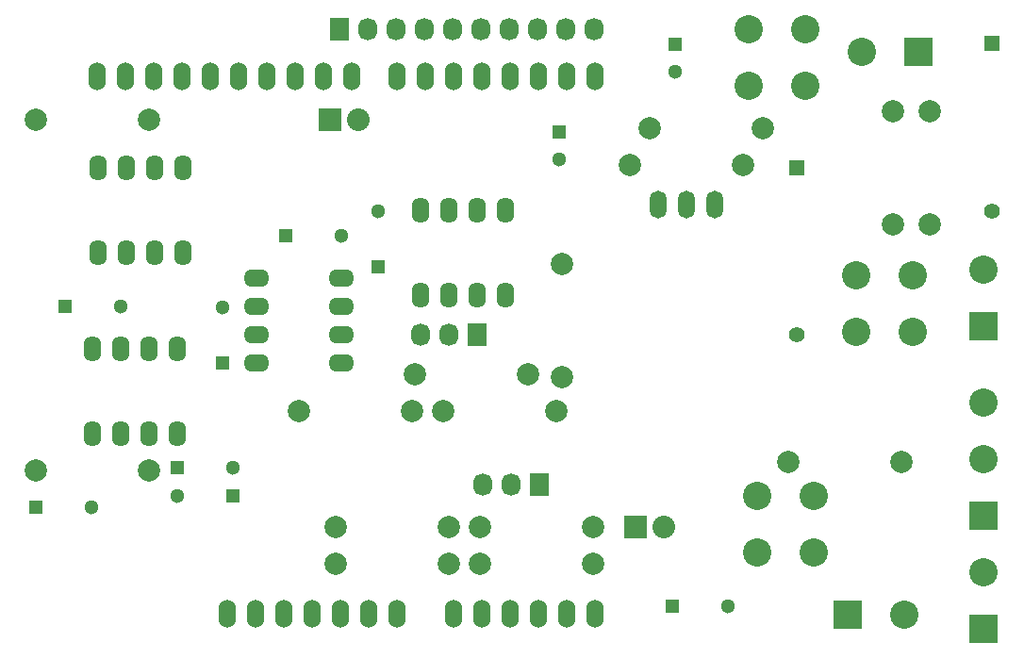
<source format=gts>
G04 #@! TF.FileFunction,Soldermask,Top*
%FSLAX46Y46*%
G04 Gerber Fmt 4.6, Leading zero omitted, Abs format (unit mm)*
G04 Created by KiCad (PCBNEW 4.0.2+dfsg1-stable) date lun. 01 août 2016 20:38:27 CEST*
%MOMM*%
G01*
G04 APERTURE LIST*
%ADD10C,0.100000*%
%ADD11O,1.524000X2.540000*%
%ADD12C,2.540000*%
%ADD13R,2.540000X2.540000*%
%ADD14C,1.998980*%
%ADD15R,1.300000X1.300000*%
%ADD16C,1.300000*%
%ADD17R,1.727200X2.032000*%
%ADD18O,1.727200X2.032000*%
%ADD19O,2.300000X1.600000*%
%ADD20O,1.600000X2.300000*%
%ADD21O,1.501140X2.499360*%
%ADD22R,1.400000X1.400000*%
%ADD23C,1.400000*%
%ADD24R,2.032000X2.032000*%
%ADD25O,2.032000X2.032000*%
G04 APERTURE END LIST*
D10*
D11*
X212001100Y-102463600D03*
X209461100Y-102463600D03*
X206921100Y-102463600D03*
X199301100Y-102463600D03*
X201841100Y-102463600D03*
X204381100Y-102463600D03*
X194221100Y-102463600D03*
X191681100Y-102463600D03*
X189141100Y-102463600D03*
X184061100Y-102463600D03*
X181521100Y-102463600D03*
X212001100Y-54203600D03*
X209461100Y-54203600D03*
X206921100Y-54203600D03*
X204381100Y-54203600D03*
X201841100Y-54203600D03*
X199301100Y-54203600D03*
X196761100Y-54203600D03*
X194221100Y-54203600D03*
X190157100Y-54203600D03*
X187617100Y-54203600D03*
X185077100Y-54203600D03*
X182537100Y-54203600D03*
X179997100Y-54203600D03*
X177457100Y-54203600D03*
X174917100Y-54203600D03*
X172377100Y-54203600D03*
X186601100Y-102463600D03*
X169837100Y-54203600D03*
X167297100Y-54203600D03*
X178981100Y-102463600D03*
D12*
X226568000Y-91948000D03*
X226568000Y-97028000D03*
X231648000Y-97028000D03*
X231648000Y-91948000D03*
X240554919Y-77199081D03*
X240554919Y-72119081D03*
X235474919Y-72119081D03*
X235474919Y-77199081D03*
X230886000Y-55118000D03*
X230886000Y-50038000D03*
X225806000Y-50038000D03*
X225806000Y-55118000D03*
D13*
X234696000Y-102616000D03*
D12*
X239776000Y-102616000D03*
D14*
X188722000Y-94742000D03*
X198882000Y-94742000D03*
D15*
X178562000Y-80010000D03*
D16*
X178562000Y-75010000D03*
D13*
X246888000Y-93726000D03*
D12*
X246888000Y-88646000D03*
X246888000Y-83566000D03*
D15*
X218948000Y-101854000D03*
D16*
X223948000Y-101854000D03*
D15*
X179498000Y-91948000D03*
D16*
X174498000Y-91948000D03*
D15*
X161798000Y-92964000D03*
D16*
X166798000Y-92964000D03*
X219202000Y-53848000D03*
D15*
X219202000Y-51348000D03*
D16*
X208788000Y-61722000D03*
D15*
X208788000Y-59222000D03*
X174498000Y-89408000D03*
D16*
X179498000Y-89408000D03*
D15*
X164418000Y-74930000D03*
D16*
X169418000Y-74930000D03*
D15*
X192532000Y-71374000D03*
D16*
X192532000Y-66374000D03*
D15*
X184230000Y-68580000D03*
D16*
X189230000Y-68580000D03*
D17*
X201422000Y-77470000D03*
D18*
X198882000Y-77470000D03*
X196342000Y-77470000D03*
D17*
X207010000Y-90932000D03*
D18*
X204470000Y-90932000D03*
X201930000Y-90932000D03*
D13*
X246888000Y-103886000D03*
D12*
X246888000Y-98806000D03*
D13*
X246888000Y-76708000D03*
D12*
X246888000Y-71628000D03*
D13*
X241046000Y-52070000D03*
D12*
X235966000Y-52070000D03*
D14*
X201676000Y-98044000D03*
X211836000Y-98044000D03*
X188722000Y-98044000D03*
X198882000Y-98044000D03*
X201676000Y-94742000D03*
X211836000Y-94742000D03*
X161798000Y-89662000D03*
X171958000Y-89662000D03*
X171958000Y-58166000D03*
X161798000Y-58166000D03*
X238760000Y-67564000D03*
X238760000Y-57404000D03*
X242062000Y-67564000D03*
X242062000Y-57404000D03*
X239522000Y-88900000D03*
X229362000Y-88900000D03*
X209042000Y-71120000D03*
X209042000Y-81280000D03*
X195834000Y-81026000D03*
X205994000Y-81026000D03*
X208534000Y-84328000D03*
X198374000Y-84328000D03*
X185420000Y-84328000D03*
X195580000Y-84328000D03*
X216916000Y-58928000D03*
X227076000Y-58928000D03*
X225298000Y-62230000D03*
X215138000Y-62230000D03*
D19*
X181610000Y-72390000D03*
X181610000Y-74930000D03*
X181610000Y-77470000D03*
X181610000Y-80010000D03*
X189230000Y-80010000D03*
X189230000Y-77470000D03*
X189230000Y-74930000D03*
X189230000Y-72390000D03*
D20*
X166878000Y-86360000D03*
X169418000Y-86360000D03*
X171958000Y-86360000D03*
X174498000Y-86360000D03*
X174498000Y-78740000D03*
X171958000Y-78740000D03*
X169418000Y-78740000D03*
X166878000Y-78740000D03*
X167386000Y-70104000D03*
X169926000Y-70104000D03*
X172466000Y-70104000D03*
X175006000Y-70104000D03*
X175006000Y-62484000D03*
X172466000Y-62484000D03*
X169926000Y-62484000D03*
X167386000Y-62484000D03*
D21*
X220218000Y-65786000D03*
X222758000Y-65786000D03*
X217678000Y-65786000D03*
D20*
X196342000Y-73914000D03*
X198882000Y-73914000D03*
X201422000Y-73914000D03*
X203962000Y-73914000D03*
X203962000Y-66294000D03*
X201422000Y-66294000D03*
X198882000Y-66294000D03*
X196342000Y-66294000D03*
D17*
X189103000Y-50038000D03*
D18*
X191643000Y-50038000D03*
X194183000Y-50038000D03*
X196723000Y-50038000D03*
X199263000Y-50038000D03*
X201803000Y-50038000D03*
X204343000Y-50038000D03*
X206883000Y-50038000D03*
X209423000Y-50038000D03*
X211963000Y-50038000D03*
D22*
X230124000Y-62470000D03*
D23*
X230124000Y-77470000D03*
D22*
X247650000Y-51308000D03*
D23*
X247650000Y-66308000D03*
D24*
X215646000Y-94742000D03*
D25*
X218186000Y-94742000D03*
D24*
X188214000Y-58166000D03*
D25*
X190754000Y-58166000D03*
M02*

</source>
